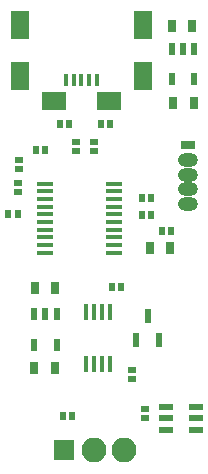
<source format=gbr>
G04 #@! TF.GenerationSoftware,KiCad,Pcbnew,5.0.0-rc2-be01b52~65~ubuntu17.10.1*
G04 #@! TF.CreationDate,2018-06-21T16:11:27-04:00*
G04 #@! TF.ProjectId,pmtcmini-h10721,706D74636D696E692D6831303732312E,rev?*
G04 #@! TF.SameCoordinates,Original*
G04 #@! TF.FileFunction,Soldermask,Top*
G04 #@! TF.FilePolarity,Negative*
%FSLAX46Y46*%
G04 Gerber Fmt 4.6, Leading zero omitted, Abs format (unit mm)*
G04 Created by KiCad (PCBNEW 5.0.0-rc2-be01b52~65~ubuntu17.10.1) date Thu Jun 21 16:11:27 2018*
%MOMM*%
%LPD*%
G01*
G04 APERTURE LIST*
%ADD10R,1.300000X0.800000*%
%ADD11O,1.700000X1.200000*%
%ADD12R,0.406400X1.371600*%
%ADD13R,0.558800X1.295400*%
%ADD14R,2.000000X1.500000*%
%ADD15R,1.600000X2.400000*%
%ADD16R,0.400000X1.050000*%
%ADD17R,1.475000X0.450000*%
%ADD18R,0.550000X1.050000*%
%ADD19R,1.250000X0.600000*%
%ADD20R,0.575000X0.650000*%
%ADD21R,0.650000X0.575000*%
%ADD22R,0.670000X1.000000*%
%ADD23R,1.700000X1.700000*%
%ADD24O,2.100000X2.100000*%
G04 APERTURE END LIST*
D10*
G04 #@! TO.C,J2*
X141450000Y-65450000D03*
D11*
X141450000Y-66700000D03*
X141450000Y-67950000D03*
X141450000Y-69200000D03*
X141450000Y-70450000D03*
G04 #@! TD*
D12*
G04 #@! TO.C,U2*
X134840600Y-79615600D03*
X134180200Y-79615600D03*
X133519800Y-79615600D03*
X132859400Y-79615600D03*
X132859400Y-83984400D03*
X133519800Y-83984400D03*
X134180200Y-83984400D03*
X134840600Y-83984400D03*
G04 #@! TD*
D13*
G04 #@! TO.C,U1*
X137100000Y-81978700D03*
X139000000Y-81978700D03*
X138050000Y-79921300D03*
G04 #@! TD*
D14*
G04 #@! TO.C,P1*
X134800000Y-61730000D03*
X130100000Y-61730000D03*
D15*
X137650000Y-55330000D03*
X127250000Y-55330000D03*
D16*
X133750000Y-59955000D03*
X133100000Y-59955000D03*
X132450000Y-59955000D03*
X131800000Y-59955000D03*
X131150000Y-59955000D03*
D15*
X137650000Y-59630000D03*
X127250000Y-59630000D03*
G04 #@! TD*
D17*
G04 #@! TO.C,U3*
X129362000Y-68725000D03*
X129362000Y-69375000D03*
X129362000Y-70025000D03*
X129362000Y-70675000D03*
X129362000Y-71325000D03*
X129362000Y-71975000D03*
X129362000Y-72625000D03*
X129362000Y-73275000D03*
X129362000Y-73925000D03*
X129362000Y-74575000D03*
X135238000Y-74575000D03*
X135238000Y-73925000D03*
X135238000Y-73275000D03*
X135238000Y-72625000D03*
X135238000Y-71975000D03*
X135238000Y-71325000D03*
X135238000Y-70675000D03*
X135238000Y-70025000D03*
X135238000Y-69375000D03*
X135238000Y-68725000D03*
G04 #@! TD*
D18*
G04 #@! TO.C,U6*
X142000000Y-59900000D03*
X140100000Y-59900000D03*
X140100000Y-57300000D03*
X141050000Y-57300000D03*
X142000000Y-57300000D03*
G04 #@! TD*
G04 #@! TO.C,U4*
X130350000Y-79750000D03*
X129400000Y-79750000D03*
X128450000Y-79750000D03*
X128450000Y-82350000D03*
X130350000Y-82350000D03*
G04 #@! TD*
D19*
G04 #@! TO.C,U5*
X142150000Y-89550000D03*
X142150000Y-88600000D03*
X142150000Y-87650000D03*
X139650000Y-87650000D03*
X139650000Y-88600000D03*
X139650000Y-89550000D03*
G04 #@! TD*
D20*
G04 #@! TO.C,C12*
X130650000Y-63650000D03*
X131425000Y-63650000D03*
G04 #@! TD*
G04 #@! TO.C,C11*
X131687500Y-88400000D03*
X130912500Y-88400000D03*
G04 #@! TD*
G04 #@! TO.C,C10*
X134887500Y-63650000D03*
X134112500Y-63650000D03*
G04 #@! TD*
D21*
G04 #@! TO.C,C6*
X136750000Y-84462500D03*
X136750000Y-85237500D03*
G04 #@! TD*
D20*
G04 #@! TO.C,C4*
X138350000Y-69950000D03*
X137575000Y-69950000D03*
G04 #@! TD*
G04 #@! TO.C,C3*
X127037500Y-71300000D03*
X126262500Y-71300000D03*
G04 #@! TD*
G04 #@! TO.C,C1*
X135837500Y-77450000D03*
X135062500Y-77450000D03*
G04 #@! TD*
G04 #@! TO.C,C2*
X137562500Y-71350000D03*
X138337500Y-71350000D03*
G04 #@! TD*
D22*
G04 #@! TO.C,C9*
X141950000Y-61900000D03*
X140200000Y-61900000D03*
G04 #@! TD*
G04 #@! TO.C,C8*
X128450000Y-84300000D03*
X130200000Y-84300000D03*
G04 #@! TD*
G04 #@! TO.C,C7*
X141850000Y-55350000D03*
X140100000Y-55350000D03*
G04 #@! TD*
G04 #@! TO.C,C5*
X128500000Y-77600000D03*
X130250000Y-77600000D03*
G04 #@! TD*
D23*
G04 #@! TO.C,J1*
X130950000Y-91300000D03*
D24*
X133490000Y-91300000D03*
X136030000Y-91300000D03*
G04 #@! TD*
D22*
G04 #@! TO.C,D1*
X138225000Y-74175000D03*
X139975000Y-74175000D03*
G04 #@! TD*
D21*
G04 #@! TO.C,R7*
X137800000Y-87800000D03*
X137800000Y-88575000D03*
G04 #@! TD*
G04 #@! TO.C,R1*
X127075000Y-69450000D03*
X127075000Y-68675000D03*
G04 #@! TD*
G04 #@! TO.C,R2*
X127150000Y-67487500D03*
X127150000Y-66712500D03*
G04 #@! TD*
D20*
G04 #@! TO.C,R3*
X140062500Y-72725000D03*
X139287500Y-72725000D03*
G04 #@! TD*
G04 #@! TO.C,R4*
X129387500Y-65900000D03*
X128612500Y-65900000D03*
G04 #@! TD*
D21*
G04 #@! TO.C,R5*
X132000000Y-65937500D03*
X132000000Y-65162500D03*
G04 #@! TD*
G04 #@! TO.C,R6*
X133550000Y-65162500D03*
X133550000Y-65937500D03*
G04 #@! TD*
M02*

</source>
